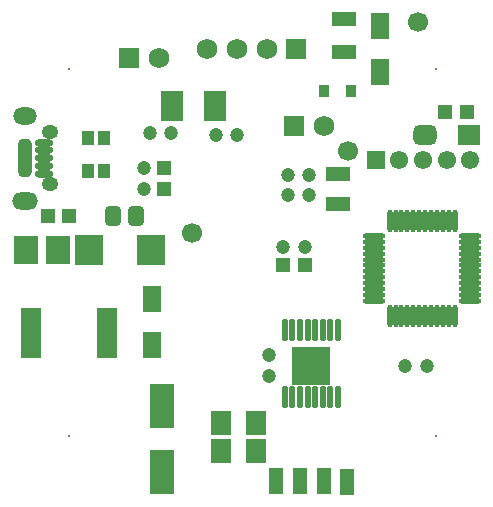
<source format=gts>
%FSTAX23Y23*%
%MOIN*%
%SFA1B1*%

%IPPOS*%
%AMD65*
4,1,8,0.038400,-0.014800,0.038400,0.014800,0.019700,0.033500,-0.019700,0.033500,-0.038400,0.014800,-0.038400,-0.014800,-0.019700,-0.033500,0.019700,-0.033500,0.038400,-0.014800,0.0*
1,1,0.037400,0.019700,-0.014800*
1,1,0.037400,0.019700,0.014800*
1,1,0.037400,-0.019700,0.014800*
1,1,0.037400,-0.019700,-0.014800*
%
%AMD71*
4,1,8,-0.027600,0.017700,-0.027600,-0.017700,-0.011800,-0.033500,0.011800,-0.033500,0.027600,-0.017700,0.027600,0.017700,0.011800,0.033500,-0.011800,0.033500,-0.027600,0.017700,0.0*
1,1,0.031500,-0.011800,0.017700*
1,1,0.031500,-0.011800,-0.017700*
1,1,0.031500,0.011800,-0.017700*
1,1,0.031500,0.011800,0.017700*
%
%AMD78*
4,1,8,-0.021700,0.050200,-0.021700,-0.050200,-0.008900,-0.063000,0.008900,-0.063000,0.021700,-0.050200,0.021700,0.050200,0.008900,0.063000,-0.008900,0.063000,-0.021700,0.050200,0.0*
1,1,0.025600,-0.008900,0.050200*
1,1,0.025600,-0.008900,-0.050200*
1,1,0.025600,0.008900,-0.050200*
1,1,0.025600,0.008900,0.050200*
%
%ADD45R,0.061020X0.061020*%
%ADD46C,0.061020*%
%ADD62O,0.021650X0.074800*%
%ADD63R,0.125980X0.125980*%
%ADD64C,0.066930*%
G04~CAMADD=65~8~0.0~0.0~669.3~767.7~187.0~0.0~15~0.0~0.0~0.0~0.0~0~0.0~0.0~0.0~0.0~0~0.0~0.0~0.0~270.0~768.0~669.0*
%ADD65D65*%
%ADD66R,0.076770X0.066930*%
%ADD67R,0.041340X0.049210*%
%ADD68R,0.066930X0.078740*%
%ADD69R,0.047240X0.047240*%
%ADD70C,0.047240*%
G04~CAMADD=71~8~0.0~0.0~669.3~551.2~157.5~0.0~15~0.0~0.0~0.0~0.0~0~0.0~0.0~0.0~0.0~0~0.0~0.0~0.0~90.0~552.0~670.0*
%ADD71D71*%
%ADD72R,0.062990X0.086610*%
%ADD73R,0.094490X0.102360*%
%ADD74R,0.070870X0.165350*%
%ADD75R,0.082680X0.097640*%
%ADD76R,0.078740X0.047240*%
%ADD77R,0.047240X0.047240*%
G04~CAMADD=78~8~0.0~0.0~1259.8~433.1~128.0~0.0~15~0.0~0.0~0.0~0.0~0~0.0~0.0~0.0~0.0~0~0.0~0.0~0.0~90.0~434.0~1260.0*
%ADD78D78*%
%ADD79O,0.061020X0.023620*%
%ADD80R,0.074800X0.102360*%
%ADD81R,0.078740X0.145670*%
%ADD82R,0.032680X0.040550*%
%ADD83R,0.047240X0.086610*%
%ADD84O,0.074800X0.019690*%
%ADD85O,0.019690X0.074800*%
%ADD86O,0.055120X0.049210*%
%ADD87O,0.078740X0.057090*%
%ADD88O,0.086610X0.057090*%
%ADD89C,0.007870*%
%ADD90R,0.068900X0.068900*%
%ADD91C,0.068900*%
%LNstepperpcb-1*%
%LPD*%
G54D45*
X01237Y01135D03*
G54D46*
X01473Y01135D03*
X01395D03*
X01316D03*
X01552D03*
G54D62*
X00933Y00345D03*
X00958D03*
X00984D03*
X0101D03*
X01035D03*
X01061D03*
X01086D03*
X01112D03*
Y0057D03*
X00933D03*
X00958D03*
X00984D03*
X0101D03*
X01035D03*
X01061D03*
X01086D03*
G54D63*
X01022Y0045D03*
G54D64*
X00624Y00893D03*
X01379Y01596D03*
X01143Y01165D03*
G54D65*
X01401Y0122D03*
G54D66*
X01548Y0122D03*
G54D67*
X00278Y0121D03*
X00331D03*
X00278Y011D03*
X00331D03*
G54D68*
X00722Y00165D03*
X00837D03*
X00722Y0026D03*
X00837D03*
G54D69*
X0053Y0111D03*
Y01039D03*
G54D70*
X00464Y01039D03*
Y0111D03*
X01015Y01085D03*
X00944D03*
X01015Y0102D03*
X00944D03*
X00929Y00845D03*
X01D03*
X00775Y0122D03*
X00704D03*
X00484Y01225D03*
X00555D03*
X0088Y00414D03*
Y00485D03*
X01407Y0045D03*
X01336D03*
G54D71*
X00439Y0095D03*
X0036D03*
G54D72*
X0049Y00672D03*
Y00517D03*
X0125Y01427D03*
Y01582D03*
G54D73*
X00282Y00835D03*
X00487D03*
G54D74*
X00089Y0056D03*
X0034D03*
G54D75*
X00177Y00835D03*
X00072D03*
G54D76*
X0111Y0099D03*
Y01089D03*
X0113Y01605D03*
Y01494D03*
G54D77*
X00144Y0095D03*
X00215D03*
X01Y00784D03*
X00929D03*
X01469Y01295D03*
X0154D03*
G54D78*
X00067Y01141D03*
G54D79*
X00131Y0109D03*
Y01116D03*
Y01141D03*
Y01167D03*
Y01192D03*
G54D80*
X00557Y01315D03*
X00702D03*
G54D81*
X00525Y00094D03*
Y00315D03*
G54D82*
X01066Y01365D03*
X01153D03*
G54D83*
X0114Y00062D03*
X01063Y00064D03*
X00985D03*
X00906D03*
G54D84*
X01232Y00882D03*
Y00862D03*
Y00843D03*
Y00823D03*
Y00803D03*
Y00784D03*
Y00764D03*
Y00744D03*
Y00724D03*
Y00705D03*
Y00685D03*
Y00665D03*
X01551D03*
Y00685D03*
Y00705D03*
Y00724D03*
Y00744D03*
Y00764D03*
Y00784D03*
Y00803D03*
Y00823D03*
Y00843D03*
Y00862D03*
Y00882D03*
G54D85*
X01283Y00614D03*
X01303D03*
X01322D03*
X01342D03*
X01362D03*
X01381D03*
X01401D03*
X01421D03*
X0144D03*
X0146D03*
X0148D03*
X015D03*
Y00933D03*
X0148D03*
X0146D03*
X0144D03*
X01421D03*
X01401D03*
X01381D03*
X01362D03*
X01342D03*
X01322D03*
X01303D03*
X01283D03*
G54D86*
X00152Y01054D03*
Y01229D03*
G54D87*
X00067Y01282D03*
G54D88*
X00067Y01D03*
G54D89*
X01437Y00216D03*
X00216D03*
Y01437D03*
X01437D03*
G54D90*
X00965Y0125D03*
X00971Y01505D03*
X00415Y01475D03*
G54D91*
X01065Y0125D03*
X00873Y01505D03*
X00775D03*
X00676D03*
X00515Y01475D03*
M02*
</source>
